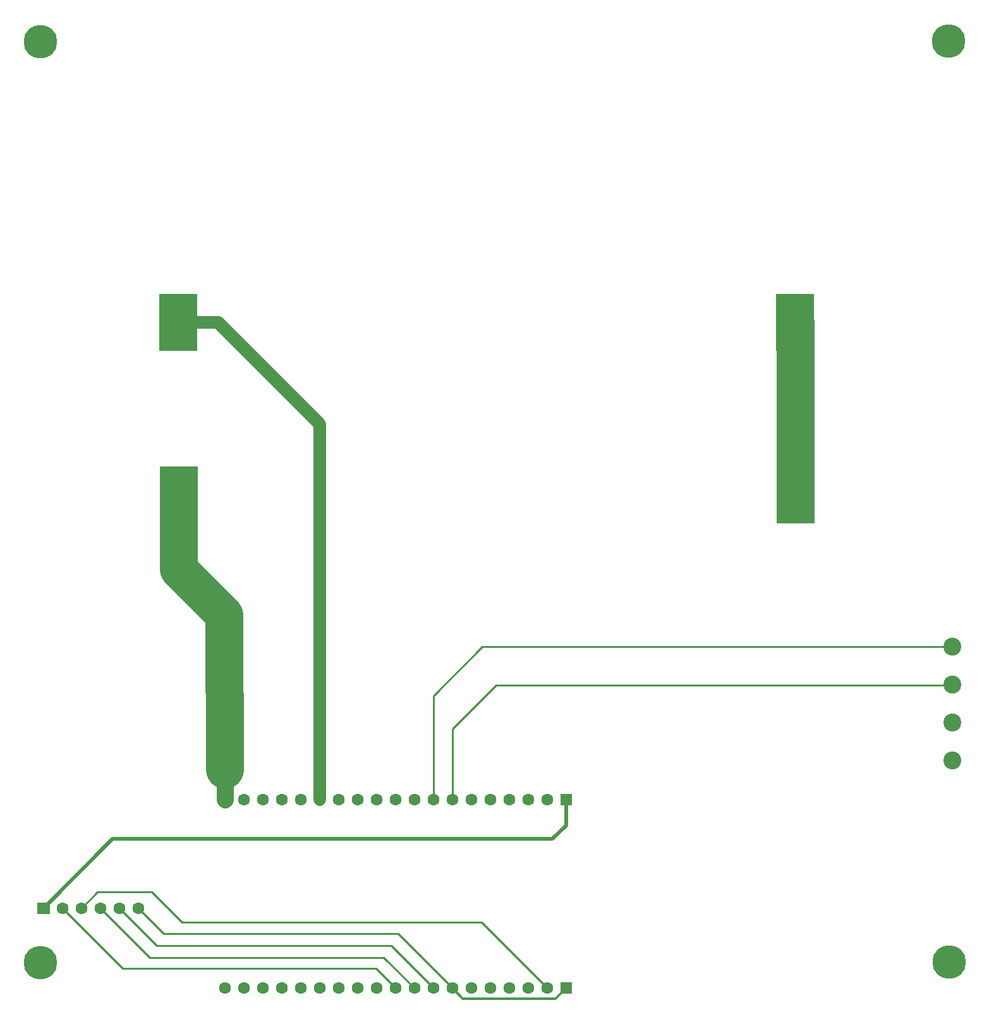
<source format=gtl>
G04 Layer: TopLayer*
G04 EasyEDA v6.5.22, 2023-02-22 15:15:05*
G04 640daacfa6c848ee808a15bd8ce7c787,ef4dac4c239f4a7f90591e71bd1ece2f,10*
G04 Gerber Generator version 0.2*
G04 Scale: 100 percent, Rotated: No, Reflected: No *
G04 Dimensions in inches *
G04 leading zeros omitted , absolute positions ,3 integer and 6 decimal *
%FSLAX36Y36*%
%MOIN*%

%ADD10C,0.2000*%
%ADD11C,0.0900*%
%ADD12C,0.0100*%
%ADD13C,0.0650*%
%ADD14C,0.0210*%
%ADD15C,0.0120*%
%ADD16R,0.2000X0.3000*%
%ADD17C,0.0630*%
%ADD18R,0.0709X0.0630*%
%ADD19R,0.0630X0.0630*%
%ADD20C,0.0945*%
%ADD21C,0.1772*%

%LPD*%
D10*
X2966500Y2897000D02*
G01*
X2968500Y2895000D01*
X2968500Y1985000D01*
D11*
X-41001Y380997D02*
G01*
X-41001Y577000D01*
D10*
X-284499Y1985000D02*
G01*
X-284499Y1594500D01*
X-42999Y1353000D01*
X-41001Y536397D01*
D12*
X-696959Y-192999D02*
G01*
X-436959Y-452999D01*
X798040Y-452999D01*
X959040Y-613999D01*
X-596959Y-192999D02*
G01*
X-398959Y-390999D01*
X836040Y-390999D01*
X1059040Y-613999D01*
D13*
X-285459Y2897000D02*
G01*
X-76959Y2897000D01*
X459040Y2361000D01*
X459040Y381000D01*
D12*
X-496959Y-192999D02*
G01*
X-362959Y-326999D01*
X872040Y-326999D01*
X1159040Y-613999D01*
X-796959Y-192999D02*
G01*
X-711959Y-107999D01*
X-427959Y-107999D01*
X-267959Y-267999D01*
X1313040Y-267999D01*
X1659040Y-613999D01*
D14*
X1759040Y381000D02*
G01*
X1759040Y243000D01*
X1688040Y172000D01*
X-631959Y172000D01*
X-996959Y-192999D01*
D12*
X-896959Y-192999D02*
G01*
X-579959Y-510000D01*
X755040Y-510000D01*
X859040Y-613999D01*
X3796040Y1185000D02*
G01*
X1316040Y1185000D01*
X1059040Y928000D01*
X1059040Y381000D01*
X1158998Y380997D02*
G01*
X1158998Y751998D01*
X1389000Y982000D01*
X3793000Y982000D01*
X3796000Y985000D01*
D15*
X1159000Y-613999D02*
G01*
X1214000Y-668999D01*
X1704000Y-668999D01*
X1759000Y-613999D01*
D16*
G01*
X2968500Y1985000D03*
G01*
X-284499Y1985000D03*
G01*
X-285499Y2897000D03*
G01*
X2967500Y2897000D03*
D17*
G01*
X-496999Y-192999D03*
G01*
X-596999Y-192999D03*
G01*
X-696999Y-192999D03*
G01*
X-796999Y-192999D03*
G01*
X-896999Y-192999D03*
D18*
G01*
X-996999Y-192999D03*
D17*
G01*
X-40999Y381000D03*
G01*
X59000Y381000D03*
G01*
X159000Y381000D03*
G01*
X259000Y381000D03*
G01*
X359000Y381000D03*
G01*
X459000Y381000D03*
G01*
X559000Y381000D03*
G01*
X659000Y381000D03*
G01*
X759000Y381000D03*
G01*
X859000Y381000D03*
G01*
X959000Y381000D03*
G01*
X1059000Y381000D03*
G01*
X1159000Y381000D03*
G01*
X1259000Y381000D03*
G01*
X1359000Y381000D03*
G01*
X1459000Y381000D03*
G01*
X1559000Y381000D03*
G01*
X1659000Y381000D03*
D19*
G01*
X1759000Y381000D03*
D17*
G01*
X-40999Y-613999D03*
G01*
X59000Y-613999D03*
G01*
X159000Y-613999D03*
G01*
X259000Y-613999D03*
G01*
X359000Y-613999D03*
G01*
X459000Y-613999D03*
G01*
X559000Y-613999D03*
G01*
X659000Y-613999D03*
G01*
X759000Y-613999D03*
G01*
X859000Y-613999D03*
G01*
X959000Y-613999D03*
G01*
X1059000Y-613999D03*
G01*
X1159000Y-613999D03*
G01*
X1259000Y-613999D03*
G01*
X1359000Y-613999D03*
G01*
X1459000Y-613999D03*
G01*
X1559000Y-613999D03*
G01*
X1659000Y-613999D03*
D19*
G01*
X1759000Y-613999D03*
D20*
G01*
X3796000Y585000D03*
G01*
X3796000Y785000D03*
G01*
X3796000Y985000D03*
G01*
X3796000Y1185000D03*
D21*
G01*
X3778000Y4380000D03*
G01*
X-1013999Y4377000D03*
G01*
X-1012999Y-478999D03*
G01*
X3779000Y-476999D03*
M02*

</source>
